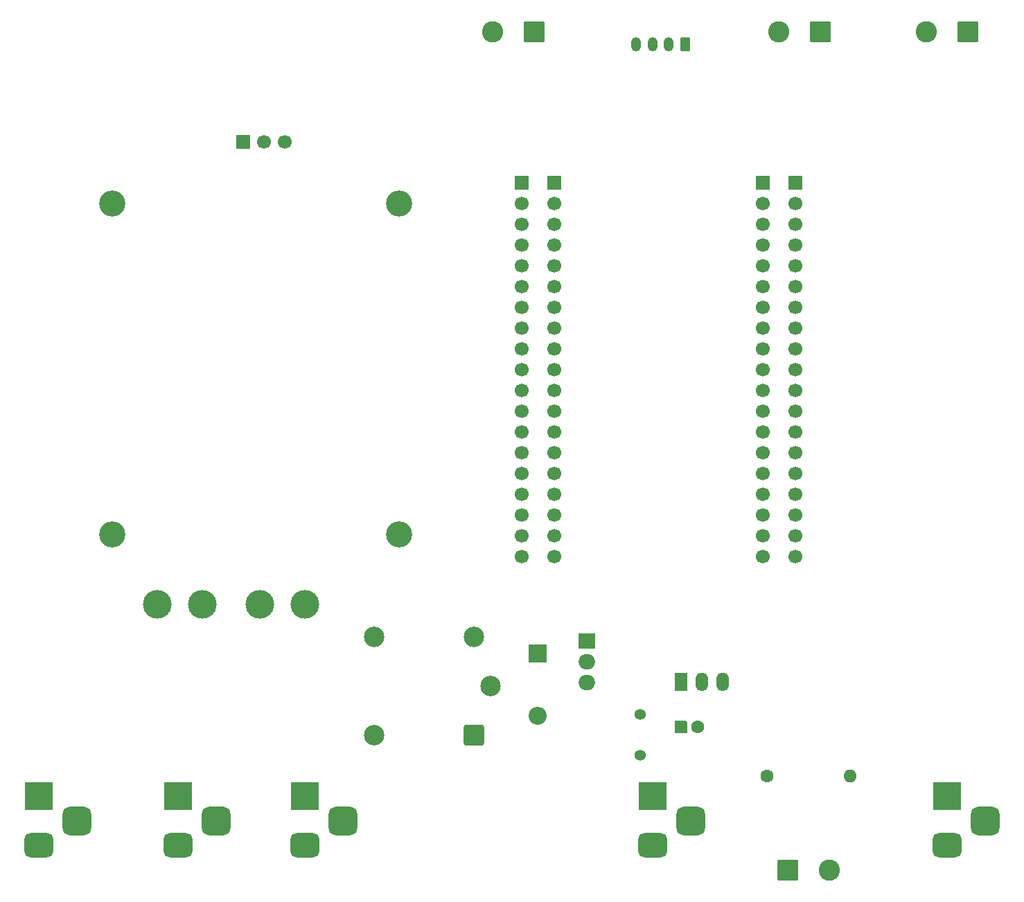
<source format=gbr>
%TF.GenerationSoftware,KiCad,Pcbnew,9.0.1*%
%TF.CreationDate,2025-05-24T15:45:39+01:00*%
%TF.ProjectId,main_board,6d61696e-5f62-46f6-9172-642e6b696361,rev?*%
%TF.SameCoordinates,Original*%
%TF.FileFunction,Soldermask,Bot*%
%TF.FilePolarity,Negative*%
%FSLAX46Y46*%
G04 Gerber Fmt 4.6, Leading zero omitted, Abs format (unit mm)*
G04 Created by KiCad (PCBNEW 9.0.1) date 2025-05-24 15:45:39*
%MOMM*%
%LPD*%
G01*
G04 APERTURE LIST*
G04 Aperture macros list*
%AMRoundRect*
0 Rectangle with rounded corners*
0 $1 Rounding radius*
0 $2 $3 $4 $5 $6 $7 $8 $9 X,Y pos of 4 corners*
0 Add a 4 corners polygon primitive as box body*
4,1,4,$2,$3,$4,$5,$6,$7,$8,$9,$2,$3,0*
0 Add four circle primitives for the rounded corners*
1,1,$1+$1,$2,$3*
1,1,$1+$1,$4,$5*
1,1,$1+$1,$6,$7*
1,1,$1+$1,$8,$9*
0 Add four rect primitives between the rounded corners*
20,1,$1+$1,$2,$3,$4,$5,0*
20,1,$1+$1,$4,$5,$6,$7,0*
20,1,$1+$1,$6,$7,$8,$9,0*
20,1,$1+$1,$8,$9,$2,$3,0*%
%AMOutline5P*
0 Free polygon, 5 corners , with rotation*
0 The origin of the aperture is its center*
0 number of corners: always 5*
0 $1 to $10 corner X, Y*
0 $11 Rotation angle, in degrees counterclockwise*
0 create outline with 5 corners*
4,1,5,$1,$2,$3,$4,$5,$6,$7,$8,$9,$10,$1,$2,$11*%
%AMOutline6P*
0 Free polygon, 6 corners , with rotation*
0 The origin of the aperture is its center*
0 number of corners: always 6*
0 $1 to $12 corner X, Y*
0 $13 Rotation angle, in degrees counterclockwise*
0 create outline with 6 corners*
4,1,6,$1,$2,$3,$4,$5,$6,$7,$8,$9,$10,$11,$12,$1,$2,$13*%
%AMOutline7P*
0 Free polygon, 7 corners , with rotation*
0 The origin of the aperture is its center*
0 number of corners: always 7*
0 $1 to $14 corner X, Y*
0 $15 Rotation angle, in degrees counterclockwise*
0 create outline with 7 corners*
4,1,7,$1,$2,$3,$4,$5,$6,$7,$8,$9,$10,$11,$12,$13,$14,$1,$2,$15*%
%AMOutline8P*
0 Free polygon, 8 corners , with rotation*
0 The origin of the aperture is its center*
0 number of corners: always 8*
0 $1 to $16 corner X, Y*
0 $17 Rotation angle, in degrees counterclockwise*
0 create outline with 8 corners*
4,1,8,$1,$2,$3,$4,$5,$6,$7,$8,$9,$10,$11,$12,$13,$14,$15,$16,$1,$2,$17*%
G04 Aperture macros list end*
%ADD10Outline5P,-0.800000X0.800000X0.480000X0.800000X0.800000X0.480000X0.800000X-0.800000X-0.800000X-0.800000X0.000000*%
%ADD11C,1.600000*%
%ADD12C,1.354000*%
%ADD13RoundRect,0.250000X0.350000X0.625000X-0.350000X0.625000X-0.350000X-0.625000X0.350000X-0.625000X0*%
%ADD14O,1.200000X1.750000*%
%ADD15R,3.500000X3.500000*%
%ADD16RoundRect,0.750000X1.000000X-0.750000X1.000000X0.750000X-1.000000X0.750000X-1.000000X-0.750000X0*%
%ADD17RoundRect,0.875000X0.875000X-0.875000X0.875000X0.875000X-0.875000X0.875000X-0.875000X-0.875000X0*%
%ADD18C,3.200000*%
%ADD19C,1.700000*%
%ADD20R,1.700000X1.700000*%
%ADD21RoundRect,0.250000X-1.050000X-1.050000X1.050000X-1.050000X1.050000X1.050000X-1.050000X1.050000X0*%
%ADD22C,2.600000*%
%ADD23RoundRect,0.250000X1.050000X1.050000X-1.050000X1.050000X-1.050000X-1.050000X1.050000X-1.050000X0*%
%ADD24R,1.500000X2.300000*%
%ADD25O,1.500000X2.300000*%
%ADD26O,1.600000X1.600000*%
%ADD27C,3.500000*%
%ADD28R,2.000000X1.905000*%
%ADD29O,2.000000X1.905000*%
%ADD30R,2.200000X2.200000*%
%ADD31O,2.200000X2.200000*%
%ADD32C,2.500000*%
%ADD33RoundRect,0.250000X1.000000X1.000000X-1.000000X1.000000X-1.000000X-1.000000X1.000000X-1.000000X0*%
G04 APERTURE END LIST*
D10*
%TO.C,REF\u002A\u002A*%
X138500000Y-129000000D03*
D11*
X140500000Y-129000000D03*
%TD*%
D12*
%TO.C,REF\u002A\u002A*%
X133500000Y-127500000D03*
X133500000Y-132500000D03*
%TD*%
D13*
%TO.C,REF\u002A\u002A*%
X139000000Y-45500000D03*
D14*
X137000000Y-45500000D03*
X135000000Y-45500000D03*
X133000000Y-45500000D03*
%TD*%
D15*
%TO.C,REF\u002A\u002A*%
X77000000Y-137500000D03*
D16*
X77000000Y-143500000D03*
D17*
X81700000Y-140500000D03*
%TD*%
D18*
%TO.C,REF\u002A\u002A*%
X104000000Y-65000000D03*
%TD*%
%TO.C,REF\u002A\u002A*%
X69000000Y-65000000D03*
%TD*%
D15*
%TO.C,REF\u002A\u002A*%
X135000000Y-137500000D03*
D16*
X135000000Y-143500000D03*
D17*
X139700000Y-140500000D03*
%TD*%
D19*
%TO.C,REF\u002A\u002A*%
X123000000Y-65040000D03*
X123000000Y-67580000D03*
X123000000Y-70120000D03*
X123000000Y-72660000D03*
X123000000Y-75200000D03*
X123000000Y-77740000D03*
X123000000Y-80280000D03*
X123000000Y-82820000D03*
X123000000Y-85360000D03*
X123000000Y-87900000D03*
D20*
X123000000Y-62500000D03*
D19*
X123000000Y-90440000D03*
X123000000Y-95520000D03*
X123000000Y-103140000D03*
X123000000Y-105680000D03*
X123000000Y-92980000D03*
X123000000Y-108220000D03*
X123000000Y-98060000D03*
X123000000Y-100600000D03*
%TD*%
D18*
%TO.C,REF\u002A\u002A*%
X69000000Y-105500000D03*
%TD*%
D15*
%TO.C,REF\u002A\u002A*%
X171000000Y-137500000D03*
D16*
X171000000Y-143500000D03*
D17*
X175700000Y-140500000D03*
%TD*%
D19*
%TO.C,REF\u002A\u002A*%
X148500000Y-108220000D03*
X148500000Y-92980000D03*
X148500000Y-95520000D03*
X148500000Y-100600000D03*
X148500000Y-103140000D03*
X148500000Y-105680000D03*
X148500000Y-65040000D03*
X148500000Y-77740000D03*
X148500000Y-72660000D03*
X148500000Y-80280000D03*
X148500000Y-87900000D03*
X148500000Y-85360000D03*
X148500000Y-82820000D03*
X148500000Y-90440000D03*
X148500000Y-98060000D03*
X148500000Y-75200000D03*
X148500000Y-70120000D03*
X148500000Y-67580000D03*
D20*
X148500000Y-62500000D03*
%TD*%
D21*
%TO.C,REF\u002A\u002A*%
X151500000Y-146500000D03*
D22*
X156580000Y-146500000D03*
%TD*%
D19*
%TO.C,REF\u002A\u002A*%
X87540000Y-57500000D03*
D20*
X85000000Y-57500000D03*
D19*
X90080000Y-57500000D03*
%TD*%
D23*
%TO.C,REF\u002A\u002A*%
X120545000Y-44000000D03*
D22*
X115465000Y-44000000D03*
%TD*%
D15*
%TO.C,REF\u002A\u002A*%
X60000000Y-137500000D03*
D16*
X60000000Y-143500000D03*
D17*
X64700000Y-140500000D03*
%TD*%
D18*
%TO.C,REF\u002A\u002A*%
X104000000Y-105500000D03*
%TD*%
D24*
%TO.C,REF\u002A\u002A*%
X138500000Y-123500000D03*
D25*
X141040000Y-123500000D03*
X143580000Y-123500000D03*
%TD*%
D20*
%TO.C,REF\u002A\u002A*%
X119000000Y-62500000D03*
D19*
X119000000Y-65040000D03*
X119000000Y-67580000D03*
X119000000Y-70120000D03*
X119000000Y-72660000D03*
X119000000Y-75200000D03*
X119000000Y-77740000D03*
X119000000Y-80280000D03*
X119000000Y-82820000D03*
X119000000Y-85360000D03*
X119000000Y-87900000D03*
X119000000Y-90440000D03*
X119000000Y-92980000D03*
X119000000Y-95520000D03*
X119000000Y-98060000D03*
X119000000Y-100600000D03*
X119000000Y-103140000D03*
X119000000Y-105680000D03*
X119000000Y-108220000D03*
%TD*%
D11*
%TO.C,REF\u002A\u002A*%
X149000000Y-135000000D03*
D26*
X159160000Y-135000000D03*
%TD*%
D23*
%TO.C,REF\u002A\u002A*%
X155500000Y-44000000D03*
D22*
X150420000Y-44000000D03*
%TD*%
D27*
%TO.C,REF\u002A\u002A*%
X87000000Y-114000000D03*
%TD*%
D28*
%TO.C,REF\u002A\u002A*%
X127000000Y-118500000D03*
D29*
X127000000Y-121040000D03*
X127000000Y-123580000D03*
%TD*%
D27*
%TO.C,*%
X74500000Y-114000000D03*
%TD*%
D20*
%TO.C,REF\u002A\u002A*%
X152500000Y-62500000D03*
D19*
X152500000Y-65040000D03*
X152500000Y-67580000D03*
X152500000Y-70120000D03*
X152500000Y-72660000D03*
X152500000Y-75200000D03*
X152500000Y-77740000D03*
X152500000Y-80280000D03*
X152500000Y-82820000D03*
X152500000Y-87900000D03*
X152500000Y-90440000D03*
X152500000Y-92980000D03*
X152500000Y-95520000D03*
X152500000Y-98060000D03*
X152500000Y-100600000D03*
X152500000Y-103140000D03*
X152500000Y-105680000D03*
X152500000Y-108220000D03*
X152500000Y-85360000D03*
%TD*%
D30*
%TO.C,REF\u002A\u002A*%
X121000000Y-120000000D03*
D31*
X121000000Y-127620000D03*
%TD*%
D27*
%TO.C,*%
X80000000Y-114000000D03*
%TD*%
%TO.C,REF\u002A\u002A*%
X92500000Y-114000000D03*
%TD*%
D15*
%TO.C,REF\u002A\u002A*%
X92500000Y-137500000D03*
D16*
X92500000Y-143500000D03*
D17*
X97200000Y-140500000D03*
%TD*%
D23*
%TO.C,REF\u002A\u002A*%
X173545000Y-44000000D03*
D22*
X168465000Y-44000000D03*
%TD*%
D32*
%TO.C,REF\u002A\u002A*%
X115200000Y-124000000D03*
X101000000Y-130000000D03*
X101000000Y-118000000D03*
D33*
X113200000Y-130000000D03*
D32*
X113200000Y-118000000D03*
%TD*%
M02*

</source>
